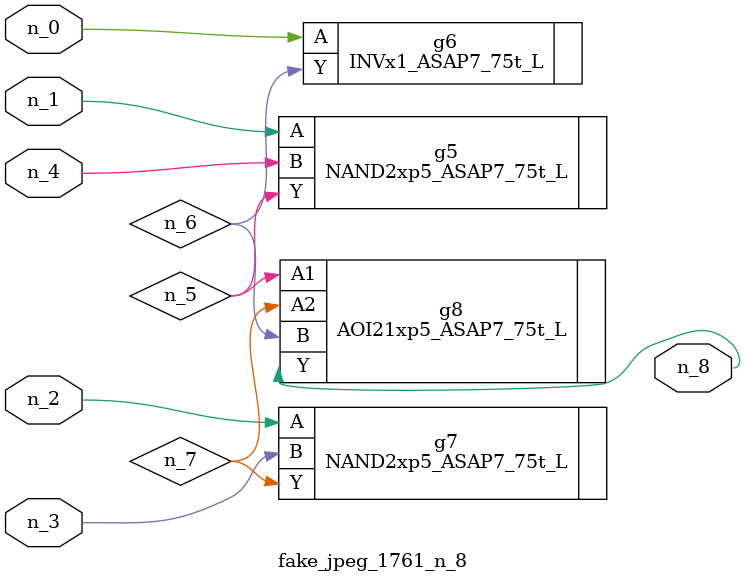
<source format=v>
module fake_jpeg_1761_n_8 (n_3, n_2, n_1, n_0, n_4, n_8);

input n_3;
input n_2;
input n_1;
input n_0;
input n_4;

output n_8;

wire n_6;
wire n_5;
wire n_7;

NAND2xp5_ASAP7_75t_L g5 ( 
.A(n_1),
.B(n_4),
.Y(n_5)
);

INVx1_ASAP7_75t_L g6 ( 
.A(n_0),
.Y(n_6)
);

NAND2xp5_ASAP7_75t_L g7 ( 
.A(n_2),
.B(n_3),
.Y(n_7)
);

AOI21xp5_ASAP7_75t_L g8 ( 
.A1(n_5),
.A2(n_7),
.B(n_6),
.Y(n_8)
);


endmodule
</source>
